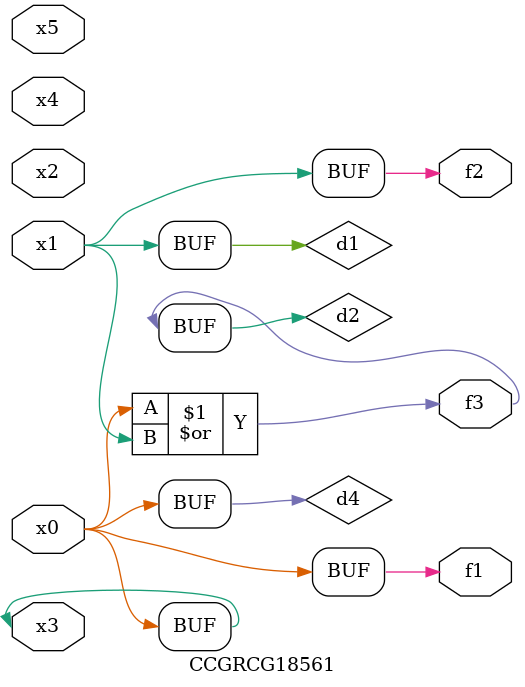
<source format=v>
module CCGRCG18561(
	input x0, x1, x2, x3, x4, x5,
	output f1, f2, f3
);

	wire d1, d2, d3, d4;

	and (d1, x1);
	or (d2, x0, x1);
	nand (d3, x0, x5);
	buf (d4, x0, x3);
	assign f1 = d4;
	assign f2 = d1;
	assign f3 = d2;
endmodule

</source>
